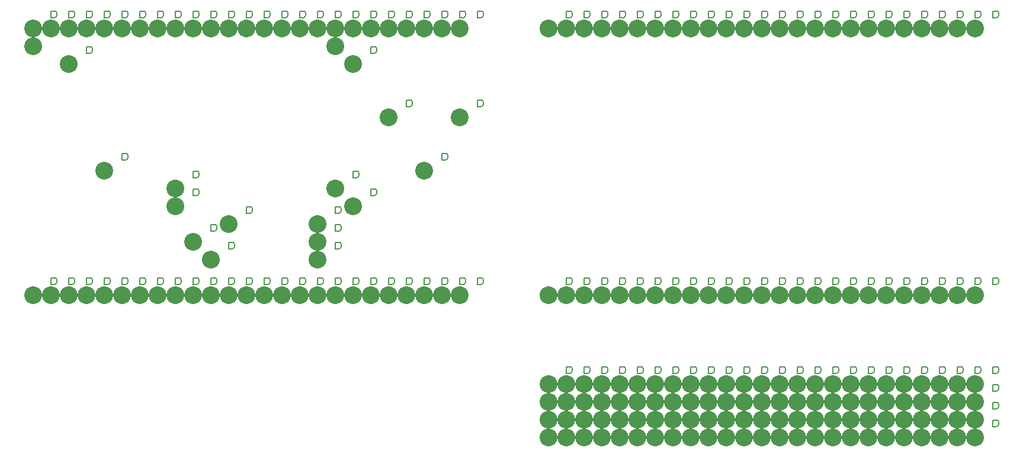
<source format=gbr>
G04 DesignSpark PCB Gerber Version 10.0 Build 5299*
%FSLAX35Y35*%
%MOIN*%
%ADD14C,0.00500*%
%ADD13C,0.10000*%
X0Y0D02*
D02*
D13*
X20250Y100250D03*
Y240250D03*
Y250250D03*
X30250Y100250D03*
Y250250D03*
X40250Y100250D03*
Y230250D03*
Y250250D03*
X50250Y100250D03*
Y250250D03*
X60250Y100250D03*
Y170250D03*
Y250250D03*
X70250Y100250D03*
Y250250D03*
X80250Y100250D03*
Y250250D03*
X90250Y100250D03*
Y250250D03*
X100250Y100250D03*
Y150250D03*
Y160250D03*
Y250250D03*
X110250Y100250D03*
Y130250D03*
Y250250D03*
X120250Y100250D03*
Y120250D03*
Y250250D03*
X130250Y100250D03*
Y140250D03*
Y250250D03*
X140250Y100250D03*
Y250250D03*
X150250Y100250D03*
Y250250D03*
X160250Y100250D03*
Y250250D03*
X170250Y100250D03*
Y250250D03*
X180250Y100250D03*
Y120250D03*
Y130250D03*
Y140250D03*
Y250250D03*
X190250Y100250D03*
Y160250D03*
Y240250D03*
Y250250D03*
X200250Y100250D03*
Y150250D03*
Y230250D03*
Y250250D03*
X210250Y100250D03*
Y250250D03*
X220250Y100250D03*
Y200250D03*
Y250250D03*
X230250Y100250D03*
Y250250D03*
X240250Y100250D03*
Y170250D03*
Y250250D03*
X250250Y100250D03*
Y250250D03*
X260250Y100250D03*
Y200250D03*
Y250250D03*
X310250Y20250D03*
Y30250D03*
Y40250D03*
Y50250D03*
Y100250D03*
Y250250D03*
X320250Y20250D03*
Y30250D03*
Y40250D03*
Y50250D03*
Y100250D03*
Y250250D03*
X330250Y20250D03*
Y30250D03*
Y40250D03*
Y50250D03*
Y100250D03*
Y250250D03*
X340250Y20250D03*
Y30250D03*
Y40250D03*
Y50250D03*
Y100250D03*
Y250250D03*
X350250Y20250D03*
Y30250D03*
Y40250D03*
Y50250D03*
Y100250D03*
Y250250D03*
X360250Y20250D03*
Y30250D03*
Y40250D03*
Y50250D03*
Y100250D03*
Y250250D03*
X370250Y20250D03*
Y30250D03*
Y40250D03*
Y50250D03*
Y100250D03*
Y250250D03*
X380250Y20250D03*
Y30250D03*
Y40250D03*
Y50250D03*
Y100250D03*
Y250250D03*
X390250Y20250D03*
Y30250D03*
Y40250D03*
Y50250D03*
Y100250D03*
Y250250D03*
X400250Y20250D03*
Y30250D03*
Y40250D03*
Y50250D03*
Y100250D03*
Y250250D03*
X410250Y20250D03*
Y30250D03*
Y40250D03*
Y50250D03*
Y100250D03*
Y250250D03*
X420250Y20250D03*
Y30250D03*
Y40250D03*
Y50250D03*
Y100250D03*
Y250250D03*
X430250Y20250D03*
Y30250D03*
Y40250D03*
Y50250D03*
Y100250D03*
Y250250D03*
X440250Y20250D03*
Y30250D03*
Y40250D03*
Y50250D03*
Y100250D03*
Y250250D03*
X450250Y20250D03*
Y30250D03*
Y40250D03*
Y50250D03*
Y100250D03*
Y250250D03*
X460250Y20250D03*
Y30250D03*
Y40250D03*
Y50250D03*
Y100250D03*
Y250250D03*
X470250Y20250D03*
Y30250D03*
Y40250D03*
Y50250D03*
Y100250D03*
Y250250D03*
X480250Y20250D03*
Y30250D03*
Y40250D03*
Y50250D03*
Y100250D03*
Y250250D03*
X490250Y20250D03*
Y30250D03*
Y40250D03*
Y50250D03*
Y100250D03*
Y250250D03*
X500250Y20250D03*
Y30250D03*
Y40250D03*
Y50250D03*
Y100250D03*
Y250250D03*
X510250Y20250D03*
Y30250D03*
Y40250D03*
Y50250D03*
Y100250D03*
Y250250D03*
X520250Y20250D03*
Y30250D03*
Y40250D03*
Y50250D03*
Y100250D03*
Y250250D03*
X530250Y20250D03*
Y30250D03*
Y40250D03*
Y50250D03*
Y100250D03*
Y250250D03*
X540250Y20250D03*
Y30250D03*
Y40250D03*
Y50250D03*
Y100250D03*
Y250250D03*
X550250Y20250D03*
Y30250D03*
Y40250D03*
Y50250D03*
Y100250D03*
Y250250D03*
D02*
D14*
X30250Y106187D02*
Y109937D01*
X32125D01*
X32750Y109625D01*
X33063Y109313D01*
X33375Y108687D01*
Y107437D01*
X33063Y106813D01*
X32750Y106500D01*
X32125Y106187D01*
X30250D01*
Y246187D02*
Y249937D01*
X32125D01*
X32750Y249625D01*
X33063Y249313D01*
X33375Y248687D01*
Y247437D01*
X33063Y246813D01*
X32750Y246500D01*
X32125Y246187D01*
X30250D01*
Y256187D02*
Y259937D01*
X32125D01*
X32750Y259625D01*
X33063Y259313D01*
X33375Y258687D01*
Y257437D01*
X33063Y256813D01*
X32750Y256500D01*
X32125Y256187D01*
X30250D01*
X40250Y106187D02*
Y109937D01*
X42125D01*
X42750Y109625D01*
X43063Y109313D01*
X43375Y108687D01*
Y107437D01*
X43063Y106813D01*
X42750Y106500D01*
X42125Y106187D01*
X40250D01*
Y256187D02*
Y259937D01*
X42125D01*
X42750Y259625D01*
X43063Y259313D01*
X43375Y258687D01*
Y257437D01*
X43063Y256813D01*
X42750Y256500D01*
X42125Y256187D01*
X40250D01*
X50250Y106187D02*
Y109937D01*
X52125D01*
X52750Y109625D01*
X53063Y109313D01*
X53375Y108687D01*
Y107437D01*
X53063Y106813D01*
X52750Y106500D01*
X52125Y106187D01*
X50250D01*
Y236187D02*
Y239937D01*
X52125D01*
X52750Y239625D01*
X53063Y239313D01*
X53375Y238687D01*
Y237437D01*
X53063Y236813D01*
X52750Y236500D01*
X52125Y236187D01*
X50250D01*
Y256187D02*
Y259937D01*
X52125D01*
X52750Y259625D01*
X53063Y259313D01*
X53375Y258687D01*
Y257437D01*
X53063Y256813D01*
X52750Y256500D01*
X52125Y256187D01*
X50250D01*
X60250Y106187D02*
Y109937D01*
X62125D01*
X62750Y109625D01*
X63063Y109313D01*
X63375Y108687D01*
Y107437D01*
X63063Y106813D01*
X62750Y106500D01*
X62125Y106187D01*
X60250D01*
Y256187D02*
Y259937D01*
X62125D01*
X62750Y259625D01*
X63063Y259313D01*
X63375Y258687D01*
Y257437D01*
X63063Y256813D01*
X62750Y256500D01*
X62125Y256187D01*
X60250D01*
X70250Y106187D02*
Y109937D01*
X72125D01*
X72750Y109625D01*
X73063Y109313D01*
X73375Y108687D01*
Y107437D01*
X73063Y106813D01*
X72750Y106500D01*
X72125Y106187D01*
X70250D01*
Y176187D02*
Y179937D01*
X72125D01*
X72750Y179625D01*
X73063Y179313D01*
X73375Y178687D01*
Y177437D01*
X73063Y176813D01*
X72750Y176500D01*
X72125Y176187D01*
X70250D01*
Y256187D02*
Y259937D01*
X72125D01*
X72750Y259625D01*
X73063Y259313D01*
X73375Y258687D01*
Y257437D01*
X73063Y256813D01*
X72750Y256500D01*
X72125Y256187D01*
X70250D01*
X80250Y106187D02*
Y109937D01*
X82125D01*
X82750Y109625D01*
X83063Y109313D01*
X83375Y108687D01*
Y107437D01*
X83063Y106813D01*
X82750Y106500D01*
X82125Y106187D01*
X80250D01*
Y256187D02*
Y259937D01*
X82125D01*
X82750Y259625D01*
X83063Y259313D01*
X83375Y258687D01*
Y257437D01*
X83063Y256813D01*
X82750Y256500D01*
X82125Y256187D01*
X80250D01*
X90250Y106187D02*
Y109937D01*
X92125D01*
X92750Y109625D01*
X93063Y109313D01*
X93375Y108687D01*
Y107437D01*
X93063Y106813D01*
X92750Y106500D01*
X92125Y106187D01*
X90250D01*
Y256187D02*
Y259937D01*
X92125D01*
X92750Y259625D01*
X93063Y259313D01*
X93375Y258687D01*
Y257437D01*
X93063Y256813D01*
X92750Y256500D01*
X92125Y256187D01*
X90250D01*
X100250Y106187D02*
Y109937D01*
X102125D01*
X102750Y109625D01*
X103063Y109313D01*
X103375Y108687D01*
Y107437D01*
X103063Y106813D01*
X102750Y106500D01*
X102125Y106187D01*
X100250D01*
Y256187D02*
Y259937D01*
X102125D01*
X102750Y259625D01*
X103063Y259313D01*
X103375Y258687D01*
Y257437D01*
X103063Y256813D01*
X102750Y256500D01*
X102125Y256187D01*
X100250D01*
X110250Y106187D02*
Y109937D01*
X112125D01*
X112750Y109625D01*
X113063Y109313D01*
X113375Y108687D01*
Y107437D01*
X113063Y106813D01*
X112750Y106500D01*
X112125Y106187D01*
X110250D01*
Y156187D02*
Y159937D01*
X112125D01*
X112750Y159625D01*
X113063Y159313D01*
X113375Y158687D01*
Y157437D01*
X113063Y156813D01*
X112750Y156500D01*
X112125Y156187D01*
X110250D01*
Y166187D02*
Y169937D01*
X112125D01*
X112750Y169625D01*
X113063Y169313D01*
X113375Y168687D01*
Y167437D01*
X113063Y166813D01*
X112750Y166500D01*
X112125Y166187D01*
X110250D01*
Y256187D02*
Y259937D01*
X112125D01*
X112750Y259625D01*
X113063Y259313D01*
X113375Y258687D01*
Y257437D01*
X113063Y256813D01*
X112750Y256500D01*
X112125Y256187D01*
X110250D01*
X120250Y106187D02*
Y109937D01*
X122125D01*
X122750Y109625D01*
X123063Y109313D01*
X123375Y108687D01*
Y107437D01*
X123063Y106813D01*
X122750Y106500D01*
X122125Y106187D01*
X120250D01*
Y136187D02*
Y139937D01*
X122125D01*
X122750Y139625D01*
X123063Y139313D01*
X123375Y138687D01*
Y137437D01*
X123063Y136813D01*
X122750Y136500D01*
X122125Y136187D01*
X120250D01*
Y256187D02*
Y259937D01*
X122125D01*
X122750Y259625D01*
X123063Y259313D01*
X123375Y258687D01*
Y257437D01*
X123063Y256813D01*
X122750Y256500D01*
X122125Y256187D01*
X120250D01*
X130250Y106187D02*
Y109937D01*
X132125D01*
X132750Y109625D01*
X133063Y109313D01*
X133375Y108687D01*
Y107437D01*
X133063Y106813D01*
X132750Y106500D01*
X132125Y106187D01*
X130250D01*
Y126187D02*
Y129937D01*
X132125D01*
X132750Y129625D01*
X133063Y129313D01*
X133375Y128687D01*
Y127437D01*
X133063Y126813D01*
X132750Y126500D01*
X132125Y126187D01*
X130250D01*
Y256187D02*
Y259937D01*
X132125D01*
X132750Y259625D01*
X133063Y259313D01*
X133375Y258687D01*
Y257437D01*
X133063Y256813D01*
X132750Y256500D01*
X132125Y256187D01*
X130250D01*
X140250Y106187D02*
Y109937D01*
X142125D01*
X142750Y109625D01*
X143063Y109313D01*
X143375Y108687D01*
Y107437D01*
X143063Y106813D01*
X142750Y106500D01*
X142125Y106187D01*
X140250D01*
Y146187D02*
Y149937D01*
X142125D01*
X142750Y149625D01*
X143063Y149313D01*
X143375Y148687D01*
Y147437D01*
X143063Y146813D01*
X142750Y146500D01*
X142125Y146187D01*
X140250D01*
Y256187D02*
Y259937D01*
X142125D01*
X142750Y259625D01*
X143063Y259313D01*
X143375Y258687D01*
Y257437D01*
X143063Y256813D01*
X142750Y256500D01*
X142125Y256187D01*
X140250D01*
X150250Y106187D02*
Y109937D01*
X152125D01*
X152750Y109625D01*
X153063Y109313D01*
X153375Y108687D01*
Y107437D01*
X153063Y106813D01*
X152750Y106500D01*
X152125Y106187D01*
X150250D01*
Y256187D02*
Y259937D01*
X152125D01*
X152750Y259625D01*
X153063Y259313D01*
X153375Y258687D01*
Y257437D01*
X153063Y256813D01*
X152750Y256500D01*
X152125Y256187D01*
X150250D01*
X160250Y106187D02*
Y109937D01*
X162125D01*
X162750Y109625D01*
X163063Y109313D01*
X163375Y108687D01*
Y107437D01*
X163063Y106813D01*
X162750Y106500D01*
X162125Y106187D01*
X160250D01*
Y256187D02*
Y259937D01*
X162125D01*
X162750Y259625D01*
X163063Y259313D01*
X163375Y258687D01*
Y257437D01*
X163063Y256813D01*
X162750Y256500D01*
X162125Y256187D01*
X160250D01*
X170250Y106187D02*
Y109937D01*
X172125D01*
X172750Y109625D01*
X173063Y109313D01*
X173375Y108687D01*
Y107437D01*
X173063Y106813D01*
X172750Y106500D01*
X172125Y106187D01*
X170250D01*
Y256187D02*
Y259937D01*
X172125D01*
X172750Y259625D01*
X173063Y259313D01*
X173375Y258687D01*
Y257437D01*
X173063Y256813D01*
X172750Y256500D01*
X172125Y256187D01*
X170250D01*
X180250Y106187D02*
Y109937D01*
X182125D01*
X182750Y109625D01*
X183063Y109313D01*
X183375Y108687D01*
Y107437D01*
X183063Y106813D01*
X182750Y106500D01*
X182125Y106187D01*
X180250D01*
Y256187D02*
Y259937D01*
X182125D01*
X182750Y259625D01*
X183063Y259313D01*
X183375Y258687D01*
Y257437D01*
X183063Y256813D01*
X182750Y256500D01*
X182125Y256187D01*
X180250D01*
X190250Y106187D02*
Y109937D01*
X192125D01*
X192750Y109625D01*
X193063Y109313D01*
X193375Y108687D01*
Y107437D01*
X193063Y106813D01*
X192750Y106500D01*
X192125Y106187D01*
X190250D01*
Y126187D02*
Y129937D01*
X192125D01*
X192750Y129625D01*
X193063Y129313D01*
X193375Y128687D01*
Y127437D01*
X193063Y126813D01*
X192750Y126500D01*
X192125Y126187D01*
X190250D01*
Y136187D02*
Y139937D01*
X192125D01*
X192750Y139625D01*
X193063Y139313D01*
X193375Y138687D01*
Y137437D01*
X193063Y136813D01*
X192750Y136500D01*
X192125Y136187D01*
X190250D01*
Y146187D02*
Y149937D01*
X192125D01*
X192750Y149625D01*
X193063Y149313D01*
X193375Y148687D01*
Y147437D01*
X193063Y146813D01*
X192750Y146500D01*
X192125Y146187D01*
X190250D01*
Y256187D02*
Y259937D01*
X192125D01*
X192750Y259625D01*
X193063Y259313D01*
X193375Y258687D01*
Y257437D01*
X193063Y256813D01*
X192750Y256500D01*
X192125Y256187D01*
X190250D01*
X200250Y106187D02*
Y109937D01*
X202125D01*
X202750Y109625D01*
X203063Y109313D01*
X203375Y108687D01*
Y107437D01*
X203063Y106813D01*
X202750Y106500D01*
X202125Y106187D01*
X200250D01*
Y166187D02*
Y169937D01*
X202125D01*
X202750Y169625D01*
X203063Y169313D01*
X203375Y168687D01*
Y167437D01*
X203063Y166813D01*
X202750Y166500D01*
X202125Y166187D01*
X200250D01*
Y246187D02*
Y249937D01*
X202125D01*
X202750Y249625D01*
X203063Y249313D01*
X203375Y248687D01*
Y247437D01*
X203063Y246813D01*
X202750Y246500D01*
X202125Y246187D01*
X200250D01*
Y256187D02*
Y259937D01*
X202125D01*
X202750Y259625D01*
X203063Y259313D01*
X203375Y258687D01*
Y257437D01*
X203063Y256813D01*
X202750Y256500D01*
X202125Y256187D01*
X200250D01*
X210250Y106187D02*
Y109937D01*
X212125D01*
X212750Y109625D01*
X213063Y109313D01*
X213375Y108687D01*
Y107437D01*
X213063Y106813D01*
X212750Y106500D01*
X212125Y106187D01*
X210250D01*
Y156187D02*
Y159937D01*
X212125D01*
X212750Y159625D01*
X213063Y159313D01*
X213375Y158687D01*
Y157437D01*
X213063Y156813D01*
X212750Y156500D01*
X212125Y156187D01*
X210250D01*
Y236187D02*
Y239937D01*
X212125D01*
X212750Y239625D01*
X213063Y239313D01*
X213375Y238687D01*
Y237437D01*
X213063Y236813D01*
X212750Y236500D01*
X212125Y236187D01*
X210250D01*
Y256187D02*
Y259937D01*
X212125D01*
X212750Y259625D01*
X213063Y259313D01*
X213375Y258687D01*
Y257437D01*
X213063Y256813D01*
X212750Y256500D01*
X212125Y256187D01*
X210250D01*
X220250Y106187D02*
Y109937D01*
X222125D01*
X222750Y109625D01*
X223063Y109313D01*
X223375Y108687D01*
Y107437D01*
X223063Y106813D01*
X222750Y106500D01*
X222125Y106187D01*
X220250D01*
Y256187D02*
Y259937D01*
X222125D01*
X222750Y259625D01*
X223063Y259313D01*
X223375Y258687D01*
Y257437D01*
X223063Y256813D01*
X222750Y256500D01*
X222125Y256187D01*
X220250D01*
X230250Y106187D02*
Y109937D01*
X232125D01*
X232750Y109625D01*
X233063Y109313D01*
X233375Y108687D01*
Y107437D01*
X233063Y106813D01*
X232750Y106500D01*
X232125Y106187D01*
X230250D01*
Y206187D02*
Y209937D01*
X232125D01*
X232750Y209625D01*
X233063Y209313D01*
X233375Y208687D01*
Y207437D01*
X233063Y206813D01*
X232750Y206500D01*
X232125Y206187D01*
X230250D01*
Y256187D02*
Y259937D01*
X232125D01*
X232750Y259625D01*
X233063Y259313D01*
X233375Y258687D01*
Y257437D01*
X233063Y256813D01*
X232750Y256500D01*
X232125Y256187D01*
X230250D01*
X240250Y106187D02*
Y109937D01*
X242125D01*
X242750Y109625D01*
X243063Y109313D01*
X243375Y108687D01*
Y107437D01*
X243063Y106813D01*
X242750Y106500D01*
X242125Y106187D01*
X240250D01*
Y256187D02*
Y259937D01*
X242125D01*
X242750Y259625D01*
X243063Y259313D01*
X243375Y258687D01*
Y257437D01*
X243063Y256813D01*
X242750Y256500D01*
X242125Y256187D01*
X240250D01*
X250250Y106187D02*
Y109937D01*
X252125D01*
X252750Y109625D01*
X253063Y109313D01*
X253375Y108687D01*
Y107437D01*
X253063Y106813D01*
X252750Y106500D01*
X252125Y106187D01*
X250250D01*
Y176187D02*
Y179937D01*
X252125D01*
X252750Y179625D01*
X253063Y179313D01*
X253375Y178687D01*
Y177437D01*
X253063Y176813D01*
X252750Y176500D01*
X252125Y176187D01*
X250250D01*
Y256187D02*
Y259937D01*
X252125D01*
X252750Y259625D01*
X253063Y259313D01*
X253375Y258687D01*
Y257437D01*
X253063Y256813D01*
X252750Y256500D01*
X252125Y256187D01*
X250250D01*
X260250Y106187D02*
Y109937D01*
X262125D01*
X262750Y109625D01*
X263063Y109313D01*
X263375Y108687D01*
Y107437D01*
X263063Y106813D01*
X262750Y106500D01*
X262125Y106187D01*
X260250D01*
Y256187D02*
Y259937D01*
X262125D01*
X262750Y259625D01*
X263063Y259313D01*
X263375Y258687D01*
Y257437D01*
X263063Y256813D01*
X262750Y256500D01*
X262125Y256187D01*
X260250D01*
X270250Y106187D02*
Y109937D01*
X272125D01*
X272750Y109625D01*
X273063Y109313D01*
X273375Y108687D01*
Y107437D01*
X273063Y106813D01*
X272750Y106500D01*
X272125Y106187D01*
X270250D01*
Y206187D02*
Y209937D01*
X272125D01*
X272750Y209625D01*
X273063Y209313D01*
X273375Y208687D01*
Y207437D01*
X273063Y206813D01*
X272750Y206500D01*
X272125Y206187D01*
X270250D01*
Y256187D02*
Y259937D01*
X272125D01*
X272750Y259625D01*
X273063Y259313D01*
X273375Y258687D01*
Y257437D01*
X273063Y256813D01*
X272750Y256500D01*
X272125Y256187D01*
X270250D01*
X320250Y26187D02*
Y29937D01*
X322125D01*
X322750Y29625D01*
X323063Y29313D01*
X323375Y28687D01*
Y27437D01*
X323063Y26813D01*
X322750Y26500D01*
X322125Y26187D01*
X320250D01*
Y36187D02*
Y39937D01*
X322125D01*
X322750Y39625D01*
X323063Y39313D01*
X323375Y38687D01*
Y37437D01*
X323063Y36813D01*
X322750Y36500D01*
X322125Y36187D01*
X320250D01*
Y46187D02*
Y49937D01*
X322125D01*
X322750Y49625D01*
X323063Y49313D01*
X323375Y48687D01*
Y47437D01*
X323063Y46813D01*
X322750Y46500D01*
X322125Y46187D01*
X320250D01*
Y56187D02*
Y59937D01*
X322125D01*
X322750Y59625D01*
X323063Y59313D01*
X323375Y58687D01*
Y57437D01*
X323063Y56813D01*
X322750Y56500D01*
X322125Y56187D01*
X320250D01*
Y106187D02*
Y109937D01*
X322125D01*
X322750Y109625D01*
X323063Y109313D01*
X323375Y108687D01*
Y107437D01*
X323063Y106813D01*
X322750Y106500D01*
X322125Y106187D01*
X320250D01*
Y256187D02*
Y259937D01*
X322125D01*
X322750Y259625D01*
X323063Y259313D01*
X323375Y258687D01*
Y257437D01*
X323063Y256813D01*
X322750Y256500D01*
X322125Y256187D01*
X320250D01*
X330250Y26187D02*
Y29937D01*
X332125D01*
X332750Y29625D01*
X333063Y29313D01*
X333375Y28687D01*
Y27437D01*
X333063Y26813D01*
X332750Y26500D01*
X332125Y26187D01*
X330250D01*
Y36187D02*
Y39937D01*
X332125D01*
X332750Y39625D01*
X333063Y39313D01*
X333375Y38687D01*
Y37437D01*
X333063Y36813D01*
X332750Y36500D01*
X332125Y36187D01*
X330250D01*
Y46187D02*
Y49937D01*
X332125D01*
X332750Y49625D01*
X333063Y49313D01*
X333375Y48687D01*
Y47437D01*
X333063Y46813D01*
X332750Y46500D01*
X332125Y46187D01*
X330250D01*
Y56187D02*
Y59937D01*
X332125D01*
X332750Y59625D01*
X333063Y59313D01*
X333375Y58687D01*
Y57437D01*
X333063Y56813D01*
X332750Y56500D01*
X332125Y56187D01*
X330250D01*
Y106187D02*
Y109937D01*
X332125D01*
X332750Y109625D01*
X333063Y109313D01*
X333375Y108687D01*
Y107437D01*
X333063Y106813D01*
X332750Y106500D01*
X332125Y106187D01*
X330250D01*
Y256187D02*
Y259937D01*
X332125D01*
X332750Y259625D01*
X333063Y259313D01*
X333375Y258687D01*
Y257437D01*
X333063Y256813D01*
X332750Y256500D01*
X332125Y256187D01*
X330250D01*
X340250Y26187D02*
Y29937D01*
X342125D01*
X342750Y29625D01*
X343063Y29313D01*
X343375Y28687D01*
Y27437D01*
X343063Y26813D01*
X342750Y26500D01*
X342125Y26187D01*
X340250D01*
Y36187D02*
Y39937D01*
X342125D01*
X342750Y39625D01*
X343063Y39313D01*
X343375Y38687D01*
Y37437D01*
X343063Y36813D01*
X342750Y36500D01*
X342125Y36187D01*
X340250D01*
Y46187D02*
Y49937D01*
X342125D01*
X342750Y49625D01*
X343063Y49313D01*
X343375Y48687D01*
Y47437D01*
X343063Y46813D01*
X342750Y46500D01*
X342125Y46187D01*
X340250D01*
Y56187D02*
Y59937D01*
X342125D01*
X342750Y59625D01*
X343063Y59313D01*
X343375Y58687D01*
Y57437D01*
X343063Y56813D01*
X342750Y56500D01*
X342125Y56187D01*
X340250D01*
Y106187D02*
Y109937D01*
X342125D01*
X342750Y109625D01*
X343063Y109313D01*
X343375Y108687D01*
Y107437D01*
X343063Y106813D01*
X342750Y106500D01*
X342125Y106187D01*
X340250D01*
Y256187D02*
Y259937D01*
X342125D01*
X342750Y259625D01*
X343063Y259313D01*
X343375Y258687D01*
Y257437D01*
X343063Y256813D01*
X342750Y256500D01*
X342125Y256187D01*
X340250D01*
X350250Y26187D02*
Y29937D01*
X352125D01*
X352750Y29625D01*
X353063Y29313D01*
X353375Y28687D01*
Y27437D01*
X353063Y26813D01*
X352750Y26500D01*
X352125Y26187D01*
X350250D01*
Y36187D02*
Y39937D01*
X352125D01*
X352750Y39625D01*
X353063Y39313D01*
X353375Y38687D01*
Y37437D01*
X353063Y36813D01*
X352750Y36500D01*
X352125Y36187D01*
X350250D01*
Y46187D02*
Y49937D01*
X352125D01*
X352750Y49625D01*
X353063Y49313D01*
X353375Y48687D01*
Y47437D01*
X353063Y46813D01*
X352750Y46500D01*
X352125Y46187D01*
X350250D01*
Y56187D02*
Y59937D01*
X352125D01*
X352750Y59625D01*
X353063Y59313D01*
X353375Y58687D01*
Y57437D01*
X353063Y56813D01*
X352750Y56500D01*
X352125Y56187D01*
X350250D01*
Y106187D02*
Y109937D01*
X352125D01*
X352750Y109625D01*
X353063Y109313D01*
X353375Y108687D01*
Y107437D01*
X353063Y106813D01*
X352750Y106500D01*
X352125Y106187D01*
X350250D01*
Y256187D02*
Y259937D01*
X352125D01*
X352750Y259625D01*
X353063Y259313D01*
X353375Y258687D01*
Y257437D01*
X353063Y256813D01*
X352750Y256500D01*
X352125Y256187D01*
X350250D01*
X360250Y26187D02*
Y29937D01*
X362125D01*
X362750Y29625D01*
X363063Y29313D01*
X363375Y28687D01*
Y27437D01*
X363063Y26813D01*
X362750Y26500D01*
X362125Y26187D01*
X360250D01*
Y36187D02*
Y39937D01*
X362125D01*
X362750Y39625D01*
X363063Y39313D01*
X363375Y38687D01*
Y37437D01*
X363063Y36813D01*
X362750Y36500D01*
X362125Y36187D01*
X360250D01*
Y46187D02*
Y49937D01*
X362125D01*
X362750Y49625D01*
X363063Y49313D01*
X363375Y48687D01*
Y47437D01*
X363063Y46813D01*
X362750Y46500D01*
X362125Y46187D01*
X360250D01*
Y56187D02*
Y59937D01*
X362125D01*
X362750Y59625D01*
X363063Y59313D01*
X363375Y58687D01*
Y57437D01*
X363063Y56813D01*
X362750Y56500D01*
X362125Y56187D01*
X360250D01*
Y106187D02*
Y109937D01*
X362125D01*
X362750Y109625D01*
X363063Y109313D01*
X363375Y108687D01*
Y107437D01*
X363063Y106813D01*
X362750Y106500D01*
X362125Y106187D01*
X360250D01*
Y256187D02*
Y259937D01*
X362125D01*
X362750Y259625D01*
X363063Y259313D01*
X363375Y258687D01*
Y257437D01*
X363063Y256813D01*
X362750Y256500D01*
X362125Y256187D01*
X360250D01*
X370250Y26187D02*
Y29937D01*
X372125D01*
X372750Y29625D01*
X373063Y29313D01*
X373375Y28687D01*
Y27437D01*
X373063Y26813D01*
X372750Y26500D01*
X372125Y26187D01*
X370250D01*
Y36187D02*
Y39937D01*
X372125D01*
X372750Y39625D01*
X373063Y39313D01*
X373375Y38687D01*
Y37437D01*
X373063Y36813D01*
X372750Y36500D01*
X372125Y36187D01*
X370250D01*
Y46187D02*
Y49937D01*
X372125D01*
X372750Y49625D01*
X373063Y49313D01*
X373375Y48687D01*
Y47437D01*
X373063Y46813D01*
X372750Y46500D01*
X372125Y46187D01*
X370250D01*
Y56187D02*
Y59937D01*
X372125D01*
X372750Y59625D01*
X373063Y59313D01*
X373375Y58687D01*
Y57437D01*
X373063Y56813D01*
X372750Y56500D01*
X372125Y56187D01*
X370250D01*
Y106187D02*
Y109937D01*
X372125D01*
X372750Y109625D01*
X373063Y109313D01*
X373375Y108687D01*
Y107437D01*
X373063Y106813D01*
X372750Y106500D01*
X372125Y106187D01*
X370250D01*
Y256187D02*
Y259937D01*
X372125D01*
X372750Y259625D01*
X373063Y259313D01*
X373375Y258687D01*
Y257437D01*
X373063Y256813D01*
X372750Y256500D01*
X372125Y256187D01*
X370250D01*
X380250Y26187D02*
Y29937D01*
X382125D01*
X382750Y29625D01*
X383063Y29313D01*
X383375Y28687D01*
Y27437D01*
X383063Y26813D01*
X382750Y26500D01*
X382125Y26187D01*
X380250D01*
Y36187D02*
Y39937D01*
X382125D01*
X382750Y39625D01*
X383063Y39313D01*
X383375Y38687D01*
Y37437D01*
X383063Y36813D01*
X382750Y36500D01*
X382125Y36187D01*
X380250D01*
Y46187D02*
Y49937D01*
X382125D01*
X382750Y49625D01*
X383063Y49313D01*
X383375Y48687D01*
Y47437D01*
X383063Y46813D01*
X382750Y46500D01*
X382125Y46187D01*
X380250D01*
Y56187D02*
Y59937D01*
X382125D01*
X382750Y59625D01*
X383063Y59313D01*
X383375Y58687D01*
Y57437D01*
X383063Y56813D01*
X382750Y56500D01*
X382125Y56187D01*
X380250D01*
Y106187D02*
Y109937D01*
X382125D01*
X382750Y109625D01*
X383063Y109313D01*
X383375Y108687D01*
Y107437D01*
X383063Y106813D01*
X382750Y106500D01*
X382125Y106187D01*
X380250D01*
Y256187D02*
Y259937D01*
X382125D01*
X382750Y259625D01*
X383063Y259313D01*
X383375Y258687D01*
Y257437D01*
X383063Y256813D01*
X382750Y256500D01*
X382125Y256187D01*
X380250D01*
X390250Y26187D02*
Y29937D01*
X392125D01*
X392750Y29625D01*
X393063Y29313D01*
X393375Y28687D01*
Y27437D01*
X393063Y26813D01*
X392750Y26500D01*
X392125Y26187D01*
X390250D01*
Y36187D02*
Y39937D01*
X392125D01*
X392750Y39625D01*
X393063Y39313D01*
X393375Y38687D01*
Y37437D01*
X393063Y36813D01*
X392750Y36500D01*
X392125Y36187D01*
X390250D01*
Y46187D02*
Y49937D01*
X392125D01*
X392750Y49625D01*
X393063Y49313D01*
X393375Y48687D01*
Y47437D01*
X393063Y46813D01*
X392750Y46500D01*
X392125Y46187D01*
X390250D01*
Y56187D02*
Y59937D01*
X392125D01*
X392750Y59625D01*
X393063Y59313D01*
X393375Y58687D01*
Y57437D01*
X393063Y56813D01*
X392750Y56500D01*
X392125Y56187D01*
X390250D01*
Y106187D02*
Y109937D01*
X392125D01*
X392750Y109625D01*
X393063Y109313D01*
X393375Y108687D01*
Y107437D01*
X393063Y106813D01*
X392750Y106500D01*
X392125Y106187D01*
X390250D01*
Y256187D02*
Y259937D01*
X392125D01*
X392750Y259625D01*
X393063Y259313D01*
X393375Y258687D01*
Y257437D01*
X393063Y256813D01*
X392750Y256500D01*
X392125Y256187D01*
X390250D01*
X400250Y26187D02*
Y29937D01*
X402125D01*
X402750Y29625D01*
X403063Y29313D01*
X403375Y28687D01*
Y27437D01*
X403063Y26813D01*
X402750Y26500D01*
X402125Y26187D01*
X400250D01*
Y36187D02*
Y39937D01*
X402125D01*
X402750Y39625D01*
X403063Y39313D01*
X403375Y38687D01*
Y37437D01*
X403063Y36813D01*
X402750Y36500D01*
X402125Y36187D01*
X400250D01*
Y46187D02*
Y49937D01*
X402125D01*
X402750Y49625D01*
X403063Y49313D01*
X403375Y48687D01*
Y47437D01*
X403063Y46813D01*
X402750Y46500D01*
X402125Y46187D01*
X400250D01*
Y56187D02*
Y59937D01*
X402125D01*
X402750Y59625D01*
X403063Y59313D01*
X403375Y58687D01*
Y57437D01*
X403063Y56813D01*
X402750Y56500D01*
X402125Y56187D01*
X400250D01*
Y106187D02*
Y109937D01*
X402125D01*
X402750Y109625D01*
X403063Y109313D01*
X403375Y108687D01*
Y107437D01*
X403063Y106813D01*
X402750Y106500D01*
X402125Y106187D01*
X400250D01*
Y256187D02*
Y259937D01*
X402125D01*
X402750Y259625D01*
X403063Y259313D01*
X403375Y258687D01*
Y257437D01*
X403063Y256813D01*
X402750Y256500D01*
X402125Y256187D01*
X400250D01*
X410250Y26187D02*
Y29937D01*
X412125D01*
X412750Y29625D01*
X413063Y29313D01*
X413375Y28687D01*
Y27437D01*
X413063Y26813D01*
X412750Y26500D01*
X412125Y26187D01*
X410250D01*
Y36187D02*
Y39937D01*
X412125D01*
X412750Y39625D01*
X413063Y39313D01*
X413375Y38687D01*
Y37437D01*
X413063Y36813D01*
X412750Y36500D01*
X412125Y36187D01*
X410250D01*
Y46187D02*
Y49937D01*
X412125D01*
X412750Y49625D01*
X413063Y49313D01*
X413375Y48687D01*
Y47437D01*
X413063Y46813D01*
X412750Y46500D01*
X412125Y46187D01*
X410250D01*
Y56187D02*
Y59937D01*
X412125D01*
X412750Y59625D01*
X413063Y59313D01*
X413375Y58687D01*
Y57437D01*
X413063Y56813D01*
X412750Y56500D01*
X412125Y56187D01*
X410250D01*
Y106187D02*
Y109937D01*
X412125D01*
X412750Y109625D01*
X413063Y109313D01*
X413375Y108687D01*
Y107437D01*
X413063Y106813D01*
X412750Y106500D01*
X412125Y106187D01*
X410250D01*
Y256187D02*
Y259937D01*
X412125D01*
X412750Y259625D01*
X413063Y259313D01*
X413375Y258687D01*
Y257437D01*
X413063Y256813D01*
X412750Y256500D01*
X412125Y256187D01*
X410250D01*
X420250Y26187D02*
Y29937D01*
X422125D01*
X422750Y29625D01*
X423063Y29313D01*
X423375Y28687D01*
Y27437D01*
X423063Y26813D01*
X422750Y26500D01*
X422125Y26187D01*
X420250D01*
Y36187D02*
Y39937D01*
X422125D01*
X422750Y39625D01*
X423063Y39313D01*
X423375Y38687D01*
Y37437D01*
X423063Y36813D01*
X422750Y36500D01*
X422125Y36187D01*
X420250D01*
Y46187D02*
Y49937D01*
X422125D01*
X422750Y49625D01*
X423063Y49313D01*
X423375Y48687D01*
Y47437D01*
X423063Y46813D01*
X422750Y46500D01*
X422125Y46187D01*
X420250D01*
Y56187D02*
Y59937D01*
X422125D01*
X422750Y59625D01*
X423063Y59313D01*
X423375Y58687D01*
Y57437D01*
X423063Y56813D01*
X422750Y56500D01*
X422125Y56187D01*
X420250D01*
Y106187D02*
Y109937D01*
X422125D01*
X422750Y109625D01*
X423063Y109313D01*
X423375Y108687D01*
Y107437D01*
X423063Y106813D01*
X422750Y106500D01*
X422125Y106187D01*
X420250D01*
Y256187D02*
Y259937D01*
X422125D01*
X422750Y259625D01*
X423063Y259313D01*
X423375Y258687D01*
Y257437D01*
X423063Y256813D01*
X422750Y256500D01*
X422125Y256187D01*
X420250D01*
X430250Y26187D02*
Y29937D01*
X432125D01*
X432750Y29625D01*
X433063Y29313D01*
X433375Y28687D01*
Y27437D01*
X433063Y26813D01*
X432750Y26500D01*
X432125Y26187D01*
X430250D01*
Y36187D02*
Y39937D01*
X432125D01*
X432750Y39625D01*
X433063Y39313D01*
X433375Y38687D01*
Y37437D01*
X433063Y36813D01*
X432750Y36500D01*
X432125Y36187D01*
X430250D01*
Y46187D02*
Y49937D01*
X432125D01*
X432750Y49625D01*
X433063Y49313D01*
X433375Y48687D01*
Y47437D01*
X433063Y46813D01*
X432750Y46500D01*
X432125Y46187D01*
X430250D01*
Y56187D02*
Y59937D01*
X432125D01*
X432750Y59625D01*
X433063Y59313D01*
X433375Y58687D01*
Y57437D01*
X433063Y56813D01*
X432750Y56500D01*
X432125Y56187D01*
X430250D01*
Y106187D02*
Y109937D01*
X432125D01*
X432750Y109625D01*
X433063Y109313D01*
X433375Y108687D01*
Y107437D01*
X433063Y106813D01*
X432750Y106500D01*
X432125Y106187D01*
X430250D01*
Y256187D02*
Y259937D01*
X432125D01*
X432750Y259625D01*
X433063Y259313D01*
X433375Y258687D01*
Y257437D01*
X433063Y256813D01*
X432750Y256500D01*
X432125Y256187D01*
X430250D01*
X440250Y26187D02*
Y29937D01*
X442125D01*
X442750Y29625D01*
X443063Y29313D01*
X443375Y28687D01*
Y27437D01*
X443063Y26813D01*
X442750Y26500D01*
X442125Y26187D01*
X440250D01*
Y36187D02*
Y39937D01*
X442125D01*
X442750Y39625D01*
X443063Y39313D01*
X443375Y38687D01*
Y37437D01*
X443063Y36813D01*
X442750Y36500D01*
X442125Y36187D01*
X440250D01*
Y46187D02*
Y49937D01*
X442125D01*
X442750Y49625D01*
X443063Y49313D01*
X443375Y48687D01*
Y47437D01*
X443063Y46813D01*
X442750Y46500D01*
X442125Y46187D01*
X440250D01*
Y56187D02*
Y59937D01*
X442125D01*
X442750Y59625D01*
X443063Y59313D01*
X443375Y58687D01*
Y57437D01*
X443063Y56813D01*
X442750Y56500D01*
X442125Y56187D01*
X440250D01*
Y106187D02*
Y109937D01*
X442125D01*
X442750Y109625D01*
X443063Y109313D01*
X443375Y108687D01*
Y107437D01*
X443063Y106813D01*
X442750Y106500D01*
X442125Y106187D01*
X440250D01*
Y256187D02*
Y259937D01*
X442125D01*
X442750Y259625D01*
X443063Y259313D01*
X443375Y258687D01*
Y257437D01*
X443063Y256813D01*
X442750Y256500D01*
X442125Y256187D01*
X440250D01*
X450250Y26187D02*
Y29937D01*
X452125D01*
X452750Y29625D01*
X453063Y29313D01*
X453375Y28687D01*
Y27437D01*
X453063Y26813D01*
X452750Y26500D01*
X452125Y26187D01*
X450250D01*
Y36187D02*
Y39937D01*
X452125D01*
X452750Y39625D01*
X453063Y39313D01*
X453375Y38687D01*
Y37437D01*
X453063Y36813D01*
X452750Y36500D01*
X452125Y36187D01*
X450250D01*
Y46187D02*
Y49937D01*
X452125D01*
X452750Y49625D01*
X453063Y49313D01*
X453375Y48687D01*
Y47437D01*
X453063Y46813D01*
X452750Y46500D01*
X452125Y46187D01*
X450250D01*
Y56187D02*
Y59937D01*
X452125D01*
X452750Y59625D01*
X453063Y59313D01*
X453375Y58687D01*
Y57437D01*
X453063Y56813D01*
X452750Y56500D01*
X452125Y56187D01*
X450250D01*
Y106187D02*
Y109937D01*
X452125D01*
X452750Y109625D01*
X453063Y109313D01*
X453375Y108687D01*
Y107437D01*
X453063Y106813D01*
X452750Y106500D01*
X452125Y106187D01*
X450250D01*
Y256187D02*
Y259937D01*
X452125D01*
X452750Y259625D01*
X453063Y259313D01*
X453375Y258687D01*
Y257437D01*
X453063Y256813D01*
X452750Y256500D01*
X452125Y256187D01*
X450250D01*
X460250Y26187D02*
Y29937D01*
X462125D01*
X462750Y29625D01*
X463063Y29313D01*
X463375Y28687D01*
Y27437D01*
X463063Y26813D01*
X462750Y26500D01*
X462125Y26187D01*
X460250D01*
Y36187D02*
Y39937D01*
X462125D01*
X462750Y39625D01*
X463063Y39313D01*
X463375Y38687D01*
Y37437D01*
X463063Y36813D01*
X462750Y36500D01*
X462125Y36187D01*
X460250D01*
Y46187D02*
Y49937D01*
X462125D01*
X462750Y49625D01*
X463063Y49313D01*
X463375Y48687D01*
Y47437D01*
X463063Y46813D01*
X462750Y46500D01*
X462125Y46187D01*
X460250D01*
Y56187D02*
Y59937D01*
X462125D01*
X462750Y59625D01*
X463063Y59313D01*
X463375Y58687D01*
Y57437D01*
X463063Y56813D01*
X462750Y56500D01*
X462125Y56187D01*
X460250D01*
Y106187D02*
Y109937D01*
X462125D01*
X462750Y109625D01*
X463063Y109313D01*
X463375Y108687D01*
Y107437D01*
X463063Y106813D01*
X462750Y106500D01*
X462125Y106187D01*
X460250D01*
Y256187D02*
Y259937D01*
X462125D01*
X462750Y259625D01*
X463063Y259313D01*
X463375Y258687D01*
Y257437D01*
X463063Y256813D01*
X462750Y256500D01*
X462125Y256187D01*
X460250D01*
X470250Y26187D02*
Y29937D01*
X472125D01*
X472750Y29625D01*
X473063Y29313D01*
X473375Y28687D01*
Y27437D01*
X473063Y26813D01*
X472750Y26500D01*
X472125Y26187D01*
X470250D01*
Y36187D02*
Y39937D01*
X472125D01*
X472750Y39625D01*
X473063Y39313D01*
X473375Y38687D01*
Y37437D01*
X473063Y36813D01*
X472750Y36500D01*
X472125Y36187D01*
X470250D01*
Y46187D02*
Y49937D01*
X472125D01*
X472750Y49625D01*
X473063Y49313D01*
X473375Y48687D01*
Y47437D01*
X473063Y46813D01*
X472750Y46500D01*
X472125Y46187D01*
X470250D01*
Y56187D02*
Y59937D01*
X472125D01*
X472750Y59625D01*
X473063Y59313D01*
X473375Y58687D01*
Y57437D01*
X473063Y56813D01*
X472750Y56500D01*
X472125Y56187D01*
X470250D01*
Y106187D02*
Y109937D01*
X472125D01*
X472750Y109625D01*
X473063Y109313D01*
X473375Y108687D01*
Y107437D01*
X473063Y106813D01*
X472750Y106500D01*
X472125Y106187D01*
X470250D01*
Y256187D02*
Y259937D01*
X472125D01*
X472750Y259625D01*
X473063Y259313D01*
X473375Y258687D01*
Y257437D01*
X473063Y256813D01*
X472750Y256500D01*
X472125Y256187D01*
X470250D01*
X480250Y26187D02*
Y29937D01*
X482125D01*
X482750Y29625D01*
X483063Y29313D01*
X483375Y28687D01*
Y27437D01*
X483063Y26813D01*
X482750Y26500D01*
X482125Y26187D01*
X480250D01*
Y36187D02*
Y39937D01*
X482125D01*
X482750Y39625D01*
X483063Y39313D01*
X483375Y38687D01*
Y37437D01*
X483063Y36813D01*
X482750Y36500D01*
X482125Y36187D01*
X480250D01*
Y46187D02*
Y49937D01*
X482125D01*
X482750Y49625D01*
X483063Y49313D01*
X483375Y48687D01*
Y47437D01*
X483063Y46813D01*
X482750Y46500D01*
X482125Y46187D01*
X480250D01*
Y56187D02*
Y59937D01*
X482125D01*
X482750Y59625D01*
X483063Y59313D01*
X483375Y58687D01*
Y57437D01*
X483063Y56813D01*
X482750Y56500D01*
X482125Y56187D01*
X480250D01*
Y106187D02*
Y109937D01*
X482125D01*
X482750Y109625D01*
X483063Y109313D01*
X483375Y108687D01*
Y107437D01*
X483063Y106813D01*
X482750Y106500D01*
X482125Y106187D01*
X480250D01*
Y256187D02*
Y259937D01*
X482125D01*
X482750Y259625D01*
X483063Y259313D01*
X483375Y258687D01*
Y257437D01*
X483063Y256813D01*
X482750Y256500D01*
X482125Y256187D01*
X480250D01*
X490250Y26187D02*
Y29937D01*
X492125D01*
X492750Y29625D01*
X493063Y29313D01*
X493375Y28687D01*
Y27437D01*
X493063Y26813D01*
X492750Y26500D01*
X492125Y26187D01*
X490250D01*
Y36187D02*
Y39937D01*
X492125D01*
X492750Y39625D01*
X493063Y39313D01*
X493375Y38687D01*
Y37437D01*
X493063Y36813D01*
X492750Y36500D01*
X492125Y36187D01*
X490250D01*
Y46187D02*
Y49937D01*
X492125D01*
X492750Y49625D01*
X493063Y49313D01*
X493375Y48687D01*
Y47437D01*
X493063Y46813D01*
X492750Y46500D01*
X492125Y46187D01*
X490250D01*
Y56187D02*
Y59937D01*
X492125D01*
X492750Y59625D01*
X493063Y59313D01*
X493375Y58687D01*
Y57437D01*
X493063Y56813D01*
X492750Y56500D01*
X492125Y56187D01*
X490250D01*
Y106187D02*
Y109937D01*
X492125D01*
X492750Y109625D01*
X493063Y109313D01*
X493375Y108687D01*
Y107437D01*
X493063Y106813D01*
X492750Y106500D01*
X492125Y106187D01*
X490250D01*
Y256187D02*
Y259937D01*
X492125D01*
X492750Y259625D01*
X493063Y259313D01*
X493375Y258687D01*
Y257437D01*
X493063Y256813D01*
X492750Y256500D01*
X492125Y256187D01*
X490250D01*
X500250Y26187D02*
Y29937D01*
X502125D01*
X502750Y29625D01*
X503063Y29313D01*
X503375Y28687D01*
Y27437D01*
X503063Y26813D01*
X502750Y26500D01*
X502125Y26187D01*
X500250D01*
Y36187D02*
Y39937D01*
X502125D01*
X502750Y39625D01*
X503063Y39313D01*
X503375Y38687D01*
Y37437D01*
X503063Y36813D01*
X502750Y36500D01*
X502125Y36187D01*
X500250D01*
Y46187D02*
Y49937D01*
X502125D01*
X502750Y49625D01*
X503063Y49313D01*
X503375Y48687D01*
Y47437D01*
X503063Y46813D01*
X502750Y46500D01*
X502125Y46187D01*
X500250D01*
Y56187D02*
Y59937D01*
X502125D01*
X502750Y59625D01*
X503063Y59313D01*
X503375Y58687D01*
Y57437D01*
X503063Y56813D01*
X502750Y56500D01*
X502125Y56187D01*
X500250D01*
Y106187D02*
Y109937D01*
X502125D01*
X502750Y109625D01*
X503063Y109313D01*
X503375Y108687D01*
Y107437D01*
X503063Y106813D01*
X502750Y106500D01*
X502125Y106187D01*
X500250D01*
Y256187D02*
Y259937D01*
X502125D01*
X502750Y259625D01*
X503063Y259313D01*
X503375Y258687D01*
Y257437D01*
X503063Y256813D01*
X502750Y256500D01*
X502125Y256187D01*
X500250D01*
X510250Y26187D02*
Y29937D01*
X512125D01*
X512750Y29625D01*
X513063Y29313D01*
X513375Y28687D01*
Y27437D01*
X513063Y26813D01*
X512750Y26500D01*
X512125Y26187D01*
X510250D01*
Y36187D02*
Y39937D01*
X512125D01*
X512750Y39625D01*
X513063Y39313D01*
X513375Y38687D01*
Y37437D01*
X513063Y36813D01*
X512750Y36500D01*
X512125Y36187D01*
X510250D01*
Y46187D02*
Y49937D01*
X512125D01*
X512750Y49625D01*
X513063Y49313D01*
X513375Y48687D01*
Y47437D01*
X513063Y46813D01*
X512750Y46500D01*
X512125Y46187D01*
X510250D01*
Y56187D02*
Y59937D01*
X512125D01*
X512750Y59625D01*
X513063Y59313D01*
X513375Y58687D01*
Y57437D01*
X513063Y56813D01*
X512750Y56500D01*
X512125Y56187D01*
X510250D01*
Y106187D02*
Y109937D01*
X512125D01*
X512750Y109625D01*
X513063Y109313D01*
X513375Y108687D01*
Y107437D01*
X513063Y106813D01*
X512750Y106500D01*
X512125Y106187D01*
X510250D01*
Y256187D02*
Y259937D01*
X512125D01*
X512750Y259625D01*
X513063Y259313D01*
X513375Y258687D01*
Y257437D01*
X513063Y256813D01*
X512750Y256500D01*
X512125Y256187D01*
X510250D01*
X520250Y26187D02*
Y29937D01*
X522125D01*
X522750Y29625D01*
X523063Y29313D01*
X523375Y28687D01*
Y27437D01*
X523063Y26813D01*
X522750Y26500D01*
X522125Y26187D01*
X520250D01*
Y36187D02*
Y39937D01*
X522125D01*
X522750Y39625D01*
X523063Y39313D01*
X523375Y38687D01*
Y37437D01*
X523063Y36813D01*
X522750Y36500D01*
X522125Y36187D01*
X520250D01*
Y46187D02*
Y49937D01*
X522125D01*
X522750Y49625D01*
X523063Y49313D01*
X523375Y48687D01*
Y47437D01*
X523063Y46813D01*
X522750Y46500D01*
X522125Y46187D01*
X520250D01*
Y56187D02*
Y59937D01*
X522125D01*
X522750Y59625D01*
X523063Y59313D01*
X523375Y58687D01*
Y57437D01*
X523063Y56813D01*
X522750Y56500D01*
X522125Y56187D01*
X520250D01*
Y106187D02*
Y109937D01*
X522125D01*
X522750Y109625D01*
X523063Y109313D01*
X523375Y108687D01*
Y107437D01*
X523063Y106813D01*
X522750Y106500D01*
X522125Y106187D01*
X520250D01*
Y256187D02*
Y259937D01*
X522125D01*
X522750Y259625D01*
X523063Y259313D01*
X523375Y258687D01*
Y257437D01*
X523063Y256813D01*
X522750Y256500D01*
X522125Y256187D01*
X520250D01*
X530250Y26187D02*
Y29937D01*
X532125D01*
X532750Y29625D01*
X533063Y29313D01*
X533375Y28687D01*
Y27437D01*
X533063Y26813D01*
X532750Y26500D01*
X532125Y26187D01*
X530250D01*
Y36187D02*
Y39937D01*
X532125D01*
X532750Y39625D01*
X533063Y39313D01*
X533375Y38687D01*
Y37437D01*
X533063Y36813D01*
X532750Y36500D01*
X532125Y36187D01*
X530250D01*
Y46187D02*
Y49937D01*
X532125D01*
X532750Y49625D01*
X533063Y49313D01*
X533375Y48687D01*
Y47437D01*
X533063Y46813D01*
X532750Y46500D01*
X532125Y46187D01*
X530250D01*
Y56187D02*
Y59937D01*
X532125D01*
X532750Y59625D01*
X533063Y59313D01*
X533375Y58687D01*
Y57437D01*
X533063Y56813D01*
X532750Y56500D01*
X532125Y56187D01*
X530250D01*
Y106187D02*
Y109937D01*
X532125D01*
X532750Y109625D01*
X533063Y109313D01*
X533375Y108687D01*
Y107437D01*
X533063Y106813D01*
X532750Y106500D01*
X532125Y106187D01*
X530250D01*
Y256187D02*
Y259937D01*
X532125D01*
X532750Y259625D01*
X533063Y259313D01*
X533375Y258687D01*
Y257437D01*
X533063Y256813D01*
X532750Y256500D01*
X532125Y256187D01*
X530250D01*
X540250Y26187D02*
Y29937D01*
X542125D01*
X542750Y29625D01*
X543063Y29313D01*
X543375Y28687D01*
Y27437D01*
X543063Y26813D01*
X542750Y26500D01*
X542125Y26187D01*
X540250D01*
Y36187D02*
Y39937D01*
X542125D01*
X542750Y39625D01*
X543063Y39313D01*
X543375Y38687D01*
Y37437D01*
X543063Y36813D01*
X542750Y36500D01*
X542125Y36187D01*
X540250D01*
Y46187D02*
Y49937D01*
X542125D01*
X542750Y49625D01*
X543063Y49313D01*
X543375Y48687D01*
Y47437D01*
X543063Y46813D01*
X542750Y46500D01*
X542125Y46187D01*
X540250D01*
Y56187D02*
Y59937D01*
X542125D01*
X542750Y59625D01*
X543063Y59313D01*
X543375Y58687D01*
Y57437D01*
X543063Y56813D01*
X542750Y56500D01*
X542125Y56187D01*
X540250D01*
Y106187D02*
Y109937D01*
X542125D01*
X542750Y109625D01*
X543063Y109313D01*
X543375Y108687D01*
Y107437D01*
X543063Y106813D01*
X542750Y106500D01*
X542125Y106187D01*
X540250D01*
Y256187D02*
Y259937D01*
X542125D01*
X542750Y259625D01*
X543063Y259313D01*
X543375Y258687D01*
Y257437D01*
X543063Y256813D01*
X542750Y256500D01*
X542125Y256187D01*
X540250D01*
X550250Y26187D02*
Y29937D01*
X552125D01*
X552750Y29625D01*
X553063Y29313D01*
X553375Y28687D01*
Y27437D01*
X553063Y26813D01*
X552750Y26500D01*
X552125Y26187D01*
X550250D01*
Y36187D02*
Y39937D01*
X552125D01*
X552750Y39625D01*
X553063Y39313D01*
X553375Y38687D01*
Y37437D01*
X553063Y36813D01*
X552750Y36500D01*
X552125Y36187D01*
X550250D01*
Y46187D02*
Y49937D01*
X552125D01*
X552750Y49625D01*
X553063Y49313D01*
X553375Y48687D01*
Y47437D01*
X553063Y46813D01*
X552750Y46500D01*
X552125Y46187D01*
X550250D01*
Y56187D02*
Y59937D01*
X552125D01*
X552750Y59625D01*
X553063Y59313D01*
X553375Y58687D01*
Y57437D01*
X553063Y56813D01*
X552750Y56500D01*
X552125Y56187D01*
X550250D01*
Y106187D02*
Y109937D01*
X552125D01*
X552750Y109625D01*
X553063Y109313D01*
X553375Y108687D01*
Y107437D01*
X553063Y106813D01*
X552750Y106500D01*
X552125Y106187D01*
X550250D01*
Y256187D02*
Y259937D01*
X552125D01*
X552750Y259625D01*
X553063Y259313D01*
X553375Y258687D01*
Y257437D01*
X553063Y256813D01*
X552750Y256500D01*
X552125Y256187D01*
X550250D01*
X560250Y26187D02*
Y29937D01*
X562125D01*
X562750Y29625D01*
X563063Y29313D01*
X563375Y28687D01*
Y27437D01*
X563063Y26813D01*
X562750Y26500D01*
X562125Y26187D01*
X560250D01*
Y36187D02*
Y39937D01*
X562125D01*
X562750Y39625D01*
X563063Y39313D01*
X563375Y38687D01*
Y37437D01*
X563063Y36813D01*
X562750Y36500D01*
X562125Y36187D01*
X560250D01*
Y46187D02*
Y49937D01*
X562125D01*
X562750Y49625D01*
X563063Y49313D01*
X563375Y48687D01*
Y47437D01*
X563063Y46813D01*
X562750Y46500D01*
X562125Y46187D01*
X560250D01*
Y56187D02*
Y59937D01*
X562125D01*
X562750Y59625D01*
X563063Y59313D01*
X563375Y58687D01*
Y57437D01*
X563063Y56813D01*
X562750Y56500D01*
X562125Y56187D01*
X560250D01*
Y106187D02*
Y109937D01*
X562125D01*
X562750Y109625D01*
X563063Y109313D01*
X563375Y108687D01*
Y107437D01*
X563063Y106813D01*
X562750Y106500D01*
X562125Y106187D01*
X560250D01*
Y256187D02*
Y259937D01*
X562125D01*
X562750Y259625D01*
X563063Y259313D01*
X563375Y258687D01*
Y257437D01*
X563063Y256813D01*
X562750Y256500D01*
X562125Y256187D01*
X560250D01*
X0Y0D02*
M02*

</source>
